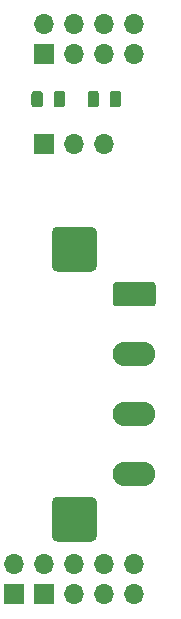
<source format=gbr>
%TF.GenerationSoftware,KiCad,Pcbnew,5.1.9+dfsg1-1+deb11u1*%
%TF.CreationDate,2024-05-04T00:08:04-07:00*%
%TF.ProjectId,BBpower,4242706f-7765-4722-9e6b-696361645f70,rev?*%
%TF.SameCoordinates,Original*%
%TF.FileFunction,Soldermask,Top*%
%TF.FilePolarity,Negative*%
%FSLAX46Y46*%
G04 Gerber Fmt 4.6, Leading zero omitted, Abs format (unit mm)*
G04 Created by KiCad (PCBNEW 5.1.9+dfsg1-1+deb11u1) date 2024-05-04 00:08:04*
%MOMM*%
%LPD*%
G01*
G04 APERTURE LIST*
%ADD10O,1.700000X1.700000*%
%ADD11R,1.700000X1.700000*%
%ADD12O,3.600000X2.080000*%
G04 APERTURE END LIST*
D10*
%TO.C,J7*%
X175260000Y-139700000D03*
D11*
X175260000Y-142240000D03*
%TD*%
%TO.C,J6*%
G36*
G01*
X178435000Y-137337800D02*
X178435000Y-134442200D01*
G75*
G02*
X178892200Y-133985000I457200J0D01*
G01*
X181787800Y-133985000D01*
G75*
G02*
X182245000Y-134442200I0J-457200D01*
G01*
X182245000Y-137337800D01*
G75*
G02*
X181787800Y-137795000I-457200J0D01*
G01*
X178892200Y-137795000D01*
G75*
G02*
X178435000Y-137337800I0J457200D01*
G01*
G37*
%TD*%
%TO.C,J5*%
G36*
G01*
X178435000Y-114477800D02*
X178435000Y-111582200D01*
G75*
G02*
X178892200Y-111125000I457200J0D01*
G01*
X181787800Y-111125000D01*
G75*
G02*
X182245000Y-111582200I0J-457200D01*
G01*
X182245000Y-114477800D01*
G75*
G02*
X181787800Y-114935000I-457200J0D01*
G01*
X178892200Y-114935000D01*
G75*
G02*
X178435000Y-114477800I0J457200D01*
G01*
G37*
%TD*%
%TO.C,R1*%
G36*
G01*
X182430000Y-99873750D02*
X182430000Y-100786250D01*
G75*
G02*
X182186250Y-101030000I-243750J0D01*
G01*
X181698750Y-101030000D01*
G75*
G02*
X181455000Y-100786250I0J243750D01*
G01*
X181455000Y-99873750D01*
G75*
G02*
X181698750Y-99630000I243750J0D01*
G01*
X182186250Y-99630000D01*
G75*
G02*
X182430000Y-99873750I0J-243750D01*
G01*
G37*
G36*
G01*
X184305000Y-99873750D02*
X184305000Y-100786250D01*
G75*
G02*
X184061250Y-101030000I-243750J0D01*
G01*
X183573750Y-101030000D01*
G75*
G02*
X183330000Y-100786250I0J243750D01*
G01*
X183330000Y-99873750D01*
G75*
G02*
X183573750Y-99630000I243750J0D01*
G01*
X184061250Y-99630000D01*
G75*
G02*
X184305000Y-99873750I0J-243750D01*
G01*
G37*
%TD*%
D10*
%TO.C,J4*%
X185420000Y-139700000D03*
X185420000Y-142240000D03*
X182880000Y-139700000D03*
X182880000Y-142240000D03*
X180340000Y-139700000D03*
X180340000Y-142240000D03*
X177800000Y-139700000D03*
D11*
X177800000Y-142240000D03*
%TD*%
D10*
%TO.C,J3*%
X185420000Y-93980000D03*
X185420000Y-96520000D03*
X182880000Y-93980000D03*
X182880000Y-96520000D03*
X180340000Y-93980000D03*
X180340000Y-96520000D03*
X177800000Y-93980000D03*
D11*
X177800000Y-96520000D03*
%TD*%
D10*
%TO.C,J2*%
X182880000Y-104140000D03*
X180340000Y-104140000D03*
D11*
X177800000Y-104140000D03*
%TD*%
D12*
%TO.C,J1*%
X185420000Y-132080000D03*
X185420000Y-127000000D03*
X185420000Y-121920000D03*
G36*
G01*
X183869999Y-115800000D02*
X186970001Y-115800000D01*
G75*
G02*
X187220000Y-116049999I0J-249999D01*
G01*
X187220000Y-117630001D01*
G75*
G02*
X186970001Y-117880000I-249999J0D01*
G01*
X183869999Y-117880000D01*
G75*
G02*
X183620000Y-117630001I0J249999D01*
G01*
X183620000Y-116049999D01*
G75*
G02*
X183869999Y-115800000I249999J0D01*
G01*
G37*
%TD*%
%TO.C,D1*%
G36*
G01*
X178582500Y-100786250D02*
X178582500Y-99873750D01*
G75*
G02*
X178826250Y-99630000I243750J0D01*
G01*
X179313750Y-99630000D01*
G75*
G02*
X179557500Y-99873750I0J-243750D01*
G01*
X179557500Y-100786250D01*
G75*
G02*
X179313750Y-101030000I-243750J0D01*
G01*
X178826250Y-101030000D01*
G75*
G02*
X178582500Y-100786250I0J243750D01*
G01*
G37*
G36*
G01*
X176707500Y-100786250D02*
X176707500Y-99873750D01*
G75*
G02*
X176951250Y-99630000I243750J0D01*
G01*
X177438750Y-99630000D01*
G75*
G02*
X177682500Y-99873750I0J-243750D01*
G01*
X177682500Y-100786250D01*
G75*
G02*
X177438750Y-101030000I-243750J0D01*
G01*
X176951250Y-101030000D01*
G75*
G02*
X176707500Y-100786250I0J243750D01*
G01*
G37*
%TD*%
M02*

</source>
